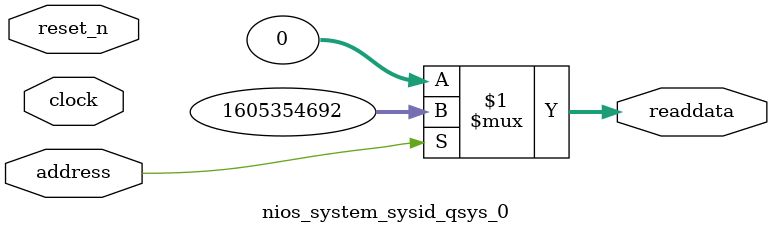
<source format=v>



// synthesis translate_off
`timescale 1ns / 1ps
// synthesis translate_on

// turn off superfluous verilog processor warnings 
// altera message_level Level1 
// altera message_off 10034 10035 10036 10037 10230 10240 10030 

module nios_system_sysid_qsys_0 (
               // inputs:
                address,
                clock,
                reset_n,

               // outputs:
                readdata
             )
;

  output  [ 31: 0] readdata;
  input            address;
  input            clock;
  input            reset_n;

  wire    [ 31: 0] readdata;
  //control_slave, which is an e_avalon_slave
  assign readdata = address ? 1605354692 : 0;

endmodule



</source>
